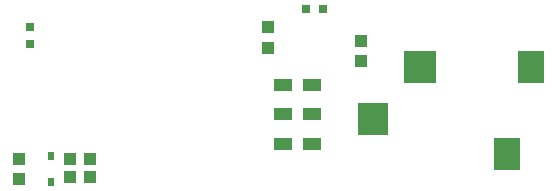
<source format=gbr>
G04 EAGLE Gerber RS-274X export*
G75*
%MOMM*%
%FSLAX34Y34*%
%LPD*%
%INSolderpaste Top*%
%IPPOS*%
%AMOC8*
5,1,8,0,0,1.08239X$1,22.5*%
G01*
%ADD10R,0.800000X0.800000*%
%ADD11R,1.000000X1.100000*%
%ADD12R,1.600000X1.000000*%
%ADD13R,0.500000X0.800000*%
%ADD14R,2.600000X2.800000*%
%ADD15R,2.200000X2.800000*%
%ADD16R,2.800000X2.800000*%
%ADD17R,1.100000X1.000000*%


D10*
X-138113Y71000D03*
X-138113Y56000D03*
D11*
X-87544Y-56356D03*
X-104544Y-56356D03*
X-147638Y-40713D03*
X-147638Y-57713D03*
X-87544Y-41275D03*
X-104544Y-41275D03*
D12*
X76106Y21900D03*
X76106Y-3100D03*
X76106Y-28100D03*
X100106Y21900D03*
X100106Y-3100D03*
X100106Y-28100D03*
D10*
X109894Y85725D03*
X94894Y85725D03*
D13*
X-120650Y-60213D03*
X-120650Y-38213D03*
D14*
X151638Y-7500D03*
D15*
X265638Y-37000D03*
X285638Y37000D03*
D16*
X191638Y37000D03*
D17*
X142081Y42300D03*
X142081Y59300D03*
X62706Y70413D03*
X62706Y53413D03*
M02*

</source>
